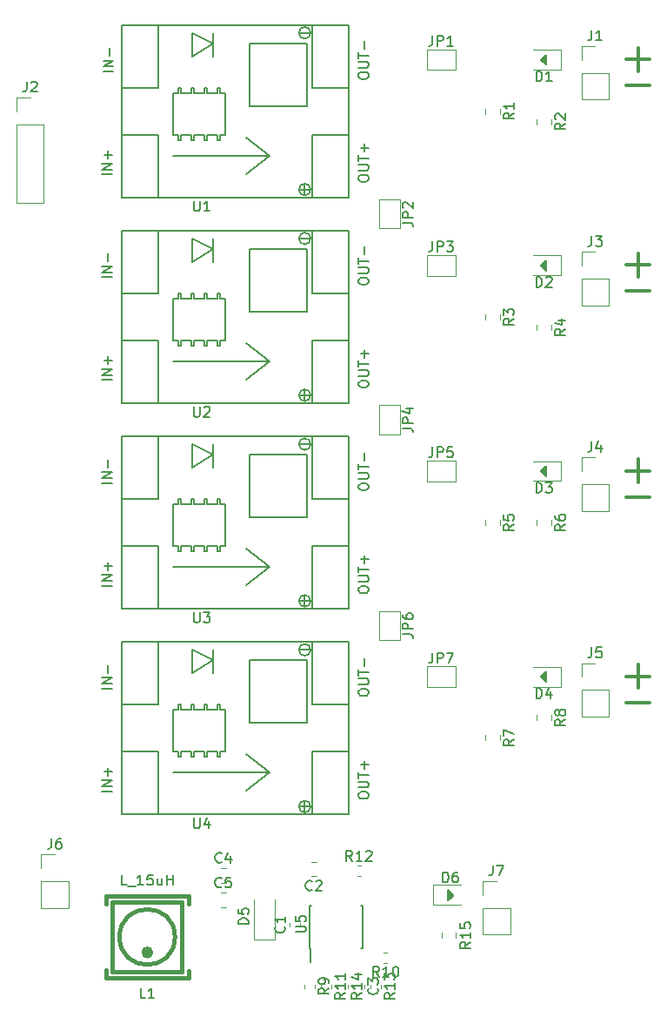
<source format=gto>
G04 #@! TF.GenerationSoftware,KiCad,Pcbnew,5.1.2-f72e74a~84~ubuntu18.04.1*
G04 #@! TF.CreationDate,2019-05-25T15:58:10+08:00*
G04 #@! TF.ProjectId,power-board-tryout,706f7765-722d-4626-9f61-72642d747279,rev?*
G04 #@! TF.SameCoordinates,Original*
G04 #@! TF.FileFunction,Legend,Top*
G04 #@! TF.FilePolarity,Positive*
%FSLAX46Y46*%
G04 Gerber Fmt 4.6, Leading zero omitted, Abs format (unit mm)*
G04 Created by KiCad (PCBNEW 5.1.2-f72e74a~84~ubuntu18.04.1) date 2019-05-25 15:58:10*
%MOMM*%
%LPD*%
G04 APERTURE LIST*
%ADD10C,0.150000*%
%ADD11C,0.381000*%
%ADD12C,0.200000*%
%ADD13C,0.120000*%
%ADD14C,0.300000*%
G04 APERTURE END LIST*
D10*
X78302000Y-124318000D02*
X76016000Y-126096000D01*
X68904000Y-124318000D02*
X78302000Y-124318000D01*
X78302000Y-124318000D02*
X76016000Y-122540000D01*
X73476000Y-118222000D02*
X73984000Y-118222000D01*
X73984000Y-118222000D02*
X73984000Y-122286000D01*
X73984000Y-122286000D02*
X73476000Y-122286000D01*
X73476000Y-122286000D02*
X73476000Y-122794000D01*
X73476000Y-122794000D02*
X73222000Y-122794000D01*
X73222000Y-122794000D02*
X73222000Y-122286000D01*
X73222000Y-122286000D02*
X72206000Y-122286000D01*
X72206000Y-122286000D02*
X72206000Y-122794000D01*
X72206000Y-122794000D02*
X71952000Y-122794000D01*
X71952000Y-122794000D02*
X71952000Y-122286000D01*
X71952000Y-122286000D02*
X70936000Y-122286000D01*
X70936000Y-122286000D02*
X70936000Y-122794000D01*
X70936000Y-122794000D02*
X70682000Y-122794000D01*
X70682000Y-122794000D02*
X70682000Y-122286000D01*
X70682000Y-122286000D02*
X69666000Y-122286000D01*
X69666000Y-122286000D02*
X69666000Y-122794000D01*
X69666000Y-122794000D02*
X69412000Y-122794000D01*
X69412000Y-122794000D02*
X69412000Y-122286000D01*
X69412000Y-122286000D02*
X68904000Y-122286000D01*
X68904000Y-122286000D02*
X68904000Y-122032000D01*
X72206000Y-118222000D02*
X73222000Y-118222000D01*
X70936000Y-118222000D02*
X71952000Y-118222000D01*
X69666000Y-118222000D02*
X70682000Y-118222000D01*
X73222000Y-118222000D02*
X73222000Y-117714000D01*
X73222000Y-117714000D02*
X73476000Y-117714000D01*
X71952000Y-118222000D02*
X71952000Y-117714000D01*
X71952000Y-117714000D02*
X72206000Y-117714000D01*
X70682000Y-118222000D02*
X70682000Y-117714000D01*
X70682000Y-117714000D02*
X70936000Y-117714000D01*
X68904000Y-122032000D02*
X68904000Y-118222000D01*
X68904000Y-118222000D02*
X69158000Y-118222000D01*
X69158000Y-118222000D02*
X69412000Y-118222000D01*
X69412000Y-118222000D02*
X69412000Y-117714000D01*
X69412000Y-117714000D02*
X69666000Y-117714000D01*
X73476000Y-118222000D02*
X73476000Y-117714000D01*
X72206000Y-117714000D02*
X72206000Y-118222000D01*
X70936000Y-118222000D02*
X70936000Y-117714000D01*
X69666000Y-118222000D02*
X69666000Y-117714000D01*
X72841000Y-112380000D02*
X72841000Y-114666000D01*
X70809000Y-112380000D02*
X70809000Y-114666000D01*
X70809000Y-114666000D02*
X72841000Y-113396000D01*
X72841000Y-113396000D02*
X70809000Y-112380000D01*
X81223000Y-113396000D02*
X76397000Y-113396000D01*
X76397000Y-113396000D02*
X76397000Y-119492000D01*
X76397000Y-119492000D02*
X81985000Y-119492000D01*
X81985000Y-119492000D02*
X81985000Y-113396000D01*
X81985000Y-113396000D02*
X81223000Y-113396000D01*
X81223000Y-112380000D02*
X82239000Y-112380000D01*
X82298961Y-112380000D02*
G75*
G03X82298961Y-112380000I-567961J0D01*
G01*
X81731000Y-127112000D02*
X81731000Y-128128000D01*
X81223000Y-127620000D02*
X82239000Y-127620000D01*
X82298961Y-127620000D02*
G75*
G03X82298961Y-127620000I-567961J0D01*
G01*
X82493000Y-128382000D02*
X82493000Y-122286000D01*
X82493000Y-122286000D02*
X86049000Y-122286000D01*
X86049000Y-117714000D02*
X82493000Y-117714000D01*
X82493000Y-117714000D02*
X82493000Y-111618000D01*
X63951000Y-122286000D02*
X67507000Y-122286000D01*
X67507000Y-122286000D02*
X67507000Y-128382000D01*
X67507000Y-111618000D02*
X67507000Y-117714000D01*
X67507000Y-117714000D02*
X63951000Y-117714000D01*
X63951000Y-111618000D02*
X86049000Y-111618000D01*
X86049000Y-111618000D02*
X86049000Y-128382000D01*
X86049000Y-128382000D02*
X63951000Y-128382000D01*
X63951000Y-128382000D02*
X63951000Y-111618000D01*
X78302000Y-104318000D02*
X76016000Y-106096000D01*
X68904000Y-104318000D02*
X78302000Y-104318000D01*
X78302000Y-104318000D02*
X76016000Y-102540000D01*
X73476000Y-98222000D02*
X73984000Y-98222000D01*
X73984000Y-98222000D02*
X73984000Y-102286000D01*
X73984000Y-102286000D02*
X73476000Y-102286000D01*
X73476000Y-102286000D02*
X73476000Y-102794000D01*
X73476000Y-102794000D02*
X73222000Y-102794000D01*
X73222000Y-102794000D02*
X73222000Y-102286000D01*
X73222000Y-102286000D02*
X72206000Y-102286000D01*
X72206000Y-102286000D02*
X72206000Y-102794000D01*
X72206000Y-102794000D02*
X71952000Y-102794000D01*
X71952000Y-102794000D02*
X71952000Y-102286000D01*
X71952000Y-102286000D02*
X70936000Y-102286000D01*
X70936000Y-102286000D02*
X70936000Y-102794000D01*
X70936000Y-102794000D02*
X70682000Y-102794000D01*
X70682000Y-102794000D02*
X70682000Y-102286000D01*
X70682000Y-102286000D02*
X69666000Y-102286000D01*
X69666000Y-102286000D02*
X69666000Y-102794000D01*
X69666000Y-102794000D02*
X69412000Y-102794000D01*
X69412000Y-102794000D02*
X69412000Y-102286000D01*
X69412000Y-102286000D02*
X68904000Y-102286000D01*
X68904000Y-102286000D02*
X68904000Y-102032000D01*
X72206000Y-98222000D02*
X73222000Y-98222000D01*
X70936000Y-98222000D02*
X71952000Y-98222000D01*
X69666000Y-98222000D02*
X70682000Y-98222000D01*
X73222000Y-98222000D02*
X73222000Y-97714000D01*
X73222000Y-97714000D02*
X73476000Y-97714000D01*
X71952000Y-98222000D02*
X71952000Y-97714000D01*
X71952000Y-97714000D02*
X72206000Y-97714000D01*
X70682000Y-98222000D02*
X70682000Y-97714000D01*
X70682000Y-97714000D02*
X70936000Y-97714000D01*
X68904000Y-102032000D02*
X68904000Y-98222000D01*
X68904000Y-98222000D02*
X69158000Y-98222000D01*
X69158000Y-98222000D02*
X69412000Y-98222000D01*
X69412000Y-98222000D02*
X69412000Y-97714000D01*
X69412000Y-97714000D02*
X69666000Y-97714000D01*
X73476000Y-98222000D02*
X73476000Y-97714000D01*
X72206000Y-97714000D02*
X72206000Y-98222000D01*
X70936000Y-98222000D02*
X70936000Y-97714000D01*
X69666000Y-98222000D02*
X69666000Y-97714000D01*
X72841000Y-92380000D02*
X72841000Y-94666000D01*
X70809000Y-92380000D02*
X70809000Y-94666000D01*
X70809000Y-94666000D02*
X72841000Y-93396000D01*
X72841000Y-93396000D02*
X70809000Y-92380000D01*
X81223000Y-93396000D02*
X76397000Y-93396000D01*
X76397000Y-93396000D02*
X76397000Y-99492000D01*
X76397000Y-99492000D02*
X81985000Y-99492000D01*
X81985000Y-99492000D02*
X81985000Y-93396000D01*
X81985000Y-93396000D02*
X81223000Y-93396000D01*
X81223000Y-92380000D02*
X82239000Y-92380000D01*
X82298961Y-92380000D02*
G75*
G03X82298961Y-92380000I-567961J0D01*
G01*
X81731000Y-107112000D02*
X81731000Y-108128000D01*
X81223000Y-107620000D02*
X82239000Y-107620000D01*
X82298961Y-107620000D02*
G75*
G03X82298961Y-107620000I-567961J0D01*
G01*
X82493000Y-108382000D02*
X82493000Y-102286000D01*
X82493000Y-102286000D02*
X86049000Y-102286000D01*
X86049000Y-97714000D02*
X82493000Y-97714000D01*
X82493000Y-97714000D02*
X82493000Y-91618000D01*
X63951000Y-102286000D02*
X67507000Y-102286000D01*
X67507000Y-102286000D02*
X67507000Y-108382000D01*
X67507000Y-91618000D02*
X67507000Y-97714000D01*
X67507000Y-97714000D02*
X63951000Y-97714000D01*
X63951000Y-91618000D02*
X86049000Y-91618000D01*
X86049000Y-91618000D02*
X86049000Y-108382000D01*
X86049000Y-108382000D02*
X63951000Y-108382000D01*
X63951000Y-108382000D02*
X63951000Y-91618000D01*
X78302000Y-84318000D02*
X76016000Y-86096000D01*
X68904000Y-84318000D02*
X78302000Y-84318000D01*
X78302000Y-84318000D02*
X76016000Y-82540000D01*
X73476000Y-78222000D02*
X73984000Y-78222000D01*
X73984000Y-78222000D02*
X73984000Y-82286000D01*
X73984000Y-82286000D02*
X73476000Y-82286000D01*
X73476000Y-82286000D02*
X73476000Y-82794000D01*
X73476000Y-82794000D02*
X73222000Y-82794000D01*
X73222000Y-82794000D02*
X73222000Y-82286000D01*
X73222000Y-82286000D02*
X72206000Y-82286000D01*
X72206000Y-82286000D02*
X72206000Y-82794000D01*
X72206000Y-82794000D02*
X71952000Y-82794000D01*
X71952000Y-82794000D02*
X71952000Y-82286000D01*
X71952000Y-82286000D02*
X70936000Y-82286000D01*
X70936000Y-82286000D02*
X70936000Y-82794000D01*
X70936000Y-82794000D02*
X70682000Y-82794000D01*
X70682000Y-82794000D02*
X70682000Y-82286000D01*
X70682000Y-82286000D02*
X69666000Y-82286000D01*
X69666000Y-82286000D02*
X69666000Y-82794000D01*
X69666000Y-82794000D02*
X69412000Y-82794000D01*
X69412000Y-82794000D02*
X69412000Y-82286000D01*
X69412000Y-82286000D02*
X68904000Y-82286000D01*
X68904000Y-82286000D02*
X68904000Y-82032000D01*
X72206000Y-78222000D02*
X73222000Y-78222000D01*
X70936000Y-78222000D02*
X71952000Y-78222000D01*
X69666000Y-78222000D02*
X70682000Y-78222000D01*
X73222000Y-78222000D02*
X73222000Y-77714000D01*
X73222000Y-77714000D02*
X73476000Y-77714000D01*
X71952000Y-78222000D02*
X71952000Y-77714000D01*
X71952000Y-77714000D02*
X72206000Y-77714000D01*
X70682000Y-78222000D02*
X70682000Y-77714000D01*
X70682000Y-77714000D02*
X70936000Y-77714000D01*
X68904000Y-82032000D02*
X68904000Y-78222000D01*
X68904000Y-78222000D02*
X69158000Y-78222000D01*
X69158000Y-78222000D02*
X69412000Y-78222000D01*
X69412000Y-78222000D02*
X69412000Y-77714000D01*
X69412000Y-77714000D02*
X69666000Y-77714000D01*
X73476000Y-78222000D02*
X73476000Y-77714000D01*
X72206000Y-77714000D02*
X72206000Y-78222000D01*
X70936000Y-78222000D02*
X70936000Y-77714000D01*
X69666000Y-78222000D02*
X69666000Y-77714000D01*
X72841000Y-72380000D02*
X72841000Y-74666000D01*
X70809000Y-72380000D02*
X70809000Y-74666000D01*
X70809000Y-74666000D02*
X72841000Y-73396000D01*
X72841000Y-73396000D02*
X70809000Y-72380000D01*
X81223000Y-73396000D02*
X76397000Y-73396000D01*
X76397000Y-73396000D02*
X76397000Y-79492000D01*
X76397000Y-79492000D02*
X81985000Y-79492000D01*
X81985000Y-79492000D02*
X81985000Y-73396000D01*
X81985000Y-73396000D02*
X81223000Y-73396000D01*
X81223000Y-72380000D02*
X82239000Y-72380000D01*
X82298961Y-72380000D02*
G75*
G03X82298961Y-72380000I-567961J0D01*
G01*
X81731000Y-87112000D02*
X81731000Y-88128000D01*
X81223000Y-87620000D02*
X82239000Y-87620000D01*
X82298961Y-87620000D02*
G75*
G03X82298961Y-87620000I-567961J0D01*
G01*
X82493000Y-88382000D02*
X82493000Y-82286000D01*
X82493000Y-82286000D02*
X86049000Y-82286000D01*
X86049000Y-77714000D02*
X82493000Y-77714000D01*
X82493000Y-77714000D02*
X82493000Y-71618000D01*
X63951000Y-82286000D02*
X67507000Y-82286000D01*
X67507000Y-82286000D02*
X67507000Y-88382000D01*
X67507000Y-71618000D02*
X67507000Y-77714000D01*
X67507000Y-77714000D02*
X63951000Y-77714000D01*
X63951000Y-71618000D02*
X86049000Y-71618000D01*
X86049000Y-71618000D02*
X86049000Y-88382000D01*
X86049000Y-88382000D02*
X63951000Y-88382000D01*
X63951000Y-88382000D02*
X63951000Y-71618000D01*
X78302000Y-64318000D02*
X76016000Y-66096000D01*
X68904000Y-64318000D02*
X78302000Y-64318000D01*
X78302000Y-64318000D02*
X76016000Y-62540000D01*
X73476000Y-58222000D02*
X73984000Y-58222000D01*
X73984000Y-58222000D02*
X73984000Y-62286000D01*
X73984000Y-62286000D02*
X73476000Y-62286000D01*
X73476000Y-62286000D02*
X73476000Y-62794000D01*
X73476000Y-62794000D02*
X73222000Y-62794000D01*
X73222000Y-62794000D02*
X73222000Y-62286000D01*
X73222000Y-62286000D02*
X72206000Y-62286000D01*
X72206000Y-62286000D02*
X72206000Y-62794000D01*
X72206000Y-62794000D02*
X71952000Y-62794000D01*
X71952000Y-62794000D02*
X71952000Y-62286000D01*
X71952000Y-62286000D02*
X70936000Y-62286000D01*
X70936000Y-62286000D02*
X70936000Y-62794000D01*
X70936000Y-62794000D02*
X70682000Y-62794000D01*
X70682000Y-62794000D02*
X70682000Y-62286000D01*
X70682000Y-62286000D02*
X69666000Y-62286000D01*
X69666000Y-62286000D02*
X69666000Y-62794000D01*
X69666000Y-62794000D02*
X69412000Y-62794000D01*
X69412000Y-62794000D02*
X69412000Y-62286000D01*
X69412000Y-62286000D02*
X68904000Y-62286000D01*
X68904000Y-62286000D02*
X68904000Y-62032000D01*
X72206000Y-58222000D02*
X73222000Y-58222000D01*
X70936000Y-58222000D02*
X71952000Y-58222000D01*
X69666000Y-58222000D02*
X70682000Y-58222000D01*
X73222000Y-58222000D02*
X73222000Y-57714000D01*
X73222000Y-57714000D02*
X73476000Y-57714000D01*
X71952000Y-58222000D02*
X71952000Y-57714000D01*
X71952000Y-57714000D02*
X72206000Y-57714000D01*
X70682000Y-58222000D02*
X70682000Y-57714000D01*
X70682000Y-57714000D02*
X70936000Y-57714000D01*
X68904000Y-62032000D02*
X68904000Y-58222000D01*
X68904000Y-58222000D02*
X69158000Y-58222000D01*
X69158000Y-58222000D02*
X69412000Y-58222000D01*
X69412000Y-58222000D02*
X69412000Y-57714000D01*
X69412000Y-57714000D02*
X69666000Y-57714000D01*
X73476000Y-58222000D02*
X73476000Y-57714000D01*
X72206000Y-57714000D02*
X72206000Y-58222000D01*
X70936000Y-58222000D02*
X70936000Y-57714000D01*
X69666000Y-58222000D02*
X69666000Y-57714000D01*
X72841000Y-52380000D02*
X72841000Y-54666000D01*
X70809000Y-52380000D02*
X70809000Y-54666000D01*
X70809000Y-54666000D02*
X72841000Y-53396000D01*
X72841000Y-53396000D02*
X70809000Y-52380000D01*
X81223000Y-53396000D02*
X76397000Y-53396000D01*
X76397000Y-53396000D02*
X76397000Y-59492000D01*
X76397000Y-59492000D02*
X81985000Y-59492000D01*
X81985000Y-59492000D02*
X81985000Y-53396000D01*
X81985000Y-53396000D02*
X81223000Y-53396000D01*
X81223000Y-52380000D02*
X82239000Y-52380000D01*
X82298961Y-52380000D02*
G75*
G03X82298961Y-52380000I-567961J0D01*
G01*
X81731000Y-67112000D02*
X81731000Y-68128000D01*
X81223000Y-67620000D02*
X82239000Y-67620000D01*
X82298961Y-67620000D02*
G75*
G03X82298961Y-67620000I-567961J0D01*
G01*
X82493000Y-68382000D02*
X82493000Y-62286000D01*
X82493000Y-62286000D02*
X86049000Y-62286000D01*
X86049000Y-57714000D02*
X82493000Y-57714000D01*
X82493000Y-57714000D02*
X82493000Y-51618000D01*
X63951000Y-62286000D02*
X67507000Y-62286000D01*
X67507000Y-62286000D02*
X67507000Y-68382000D01*
X67507000Y-51618000D02*
X67507000Y-57714000D01*
X67507000Y-57714000D02*
X63951000Y-57714000D01*
X63951000Y-51618000D02*
X86049000Y-51618000D01*
X86049000Y-51618000D02*
X86049000Y-68382000D01*
X86049000Y-68382000D02*
X63951000Y-68382000D01*
X63951000Y-68382000D02*
X63951000Y-51618000D01*
D11*
X95800000Y-136400000D02*
X96000000Y-136200000D01*
D12*
X95800000Y-135900000D02*
X95800000Y-136400000D01*
X96200000Y-136200000D02*
X95700000Y-135700000D01*
X95700000Y-136700000D02*
X96200000Y-136200000D01*
X95700000Y-135700000D02*
X95700000Y-136700000D01*
D13*
X96900000Y-135240000D02*
X94215000Y-135240000D01*
X94215000Y-135240000D02*
X94215000Y-137160000D01*
X94215000Y-137160000D02*
X96900000Y-137160000D01*
D11*
X105100000Y-114800000D02*
X104900000Y-115000000D01*
D12*
X105100000Y-115300000D02*
X105100000Y-114800000D01*
X104700000Y-115000000D02*
X105200000Y-115500000D01*
X105200000Y-114500000D02*
X104700000Y-115000000D01*
X105200000Y-115500000D02*
X105200000Y-114500000D01*
D13*
X104000000Y-115960000D02*
X106685000Y-115960000D01*
X106685000Y-115960000D02*
X106685000Y-114040000D01*
X106685000Y-114040000D02*
X104000000Y-114040000D01*
D11*
X105100000Y-94800000D02*
X104900000Y-95000000D01*
D12*
X105100000Y-95300000D02*
X105100000Y-94800000D01*
X104700000Y-95000000D02*
X105200000Y-95500000D01*
X105200000Y-94500000D02*
X104700000Y-95000000D01*
X105200000Y-95500000D02*
X105200000Y-94500000D01*
D13*
X104000000Y-95960000D02*
X106685000Y-95960000D01*
X106685000Y-95960000D02*
X106685000Y-94040000D01*
X106685000Y-94040000D02*
X104000000Y-94040000D01*
D11*
X105100000Y-74800000D02*
X104900000Y-75000000D01*
D12*
X105100000Y-75300000D02*
X105100000Y-74800000D01*
X104700000Y-75000000D02*
X105200000Y-75500000D01*
X105200000Y-74500000D02*
X104700000Y-75000000D01*
X105200000Y-75500000D02*
X105200000Y-74500000D01*
D13*
X104000000Y-75960000D02*
X106685000Y-75960000D01*
X106685000Y-75960000D02*
X106685000Y-74040000D01*
X106685000Y-74040000D02*
X104000000Y-74040000D01*
D11*
X105100000Y-54800000D02*
X104900000Y-55000000D01*
D12*
X105100000Y-55300000D02*
X105100000Y-54800000D01*
X104700000Y-55000000D02*
X105200000Y-55500000D01*
X105200000Y-54500000D02*
X104700000Y-55000000D01*
X105200000Y-55500000D02*
X105200000Y-54500000D01*
D13*
X104000000Y-55960000D02*
X106685000Y-55960000D01*
X106685000Y-55960000D02*
X106685000Y-54040000D01*
X106685000Y-54040000D02*
X104000000Y-54040000D01*
X95040000Y-139888748D02*
X95040000Y-140411252D01*
X96460000Y-139888748D02*
X96460000Y-140411252D01*
X99070000Y-134870000D02*
X100400000Y-134870000D01*
X99070000Y-136200000D02*
X99070000Y-134870000D01*
X99070000Y-137470000D02*
X101730000Y-137470000D01*
X101730000Y-137470000D02*
X101730000Y-140070000D01*
X99070000Y-137470000D02*
X99070000Y-140070000D01*
X99070000Y-140070000D02*
X101730000Y-140070000D01*
X56070000Y-132270000D02*
X57400000Y-132270000D01*
X56070000Y-133600000D02*
X56070000Y-132270000D01*
X56070000Y-134870000D02*
X58730000Y-134870000D01*
X58730000Y-134870000D02*
X58730000Y-137470000D01*
X56070000Y-134870000D02*
X56070000Y-137470000D01*
X56070000Y-137470000D02*
X58730000Y-137470000D01*
D10*
X82274999Y-141375000D02*
X82274999Y-142775000D01*
X87374999Y-141375000D02*
X87374999Y-137225000D01*
X82224999Y-141375000D02*
X82224999Y-137225000D01*
X87374999Y-141375000D02*
X87229999Y-141375000D01*
X87374999Y-137225000D02*
X87229999Y-137225000D01*
X82224999Y-137225000D02*
X82369999Y-137225000D01*
X82224999Y-141375000D02*
X82274999Y-141375000D01*
D13*
X84890000Y-144928733D02*
X84890000Y-145271267D01*
X85910000Y-144928733D02*
X85910000Y-145271267D01*
X88090000Y-144928733D02*
X88090000Y-145271267D01*
X89110000Y-144928733D02*
X89110000Y-145271267D01*
X86828733Y-134410000D02*
X87171267Y-134410000D01*
X86828733Y-133390000D02*
X87171267Y-133390000D01*
X83290000Y-144928733D02*
X83290000Y-145271267D01*
X84310000Y-144928733D02*
X84310000Y-145271267D01*
X89771267Y-141789999D02*
X89428733Y-141789999D01*
X89771267Y-142809999D02*
X89428733Y-142809999D01*
X81690000Y-144928733D02*
X81690000Y-145271267D01*
X82710000Y-144928733D02*
X82710000Y-145271267D01*
D10*
X66900000Y-141800000D02*
G75*
G03X66900000Y-141800000I-500000J0D01*
G01*
X66800000Y-141800000D02*
G75*
G03X66800000Y-141800000I-400000J0D01*
G01*
D11*
X70400000Y-137100000D02*
X70400000Y-136300000D01*
X70400000Y-136300000D02*
X62400000Y-136300000D01*
X62400000Y-136300000D02*
X62400000Y-137100000D01*
X70400000Y-143600000D02*
X70400000Y-144300000D01*
X70400000Y-144300000D02*
X62400000Y-144300000D01*
X62400000Y-144300000D02*
X62400000Y-143500000D01*
X69100000Y-140300000D02*
G75*
G03X69100000Y-140300000I-2700000J0D01*
G01*
X69800000Y-143700000D02*
X63000000Y-143700000D01*
X63000000Y-143700000D02*
X63000000Y-136900000D01*
X63000000Y-136900000D02*
X69800000Y-136900000D01*
X69800000Y-136900000D02*
X69800000Y-143700000D01*
X66600000Y-141800000D02*
G75*
G03X66600000Y-141800000I-200000J0D01*
G01*
D13*
X76800000Y-140550000D02*
X76800000Y-136650000D01*
X78800000Y-140550000D02*
X78800000Y-136650000D01*
X76800000Y-140550000D02*
X78800000Y-140550000D01*
X73538748Y-137410000D02*
X74061252Y-137410000D01*
X73538748Y-135990000D02*
X74061252Y-135990000D01*
X73538748Y-135010000D02*
X74061252Y-135010000D01*
X73538748Y-133590000D02*
X74061252Y-133590000D01*
X86490000Y-144928733D02*
X86490000Y-145271267D01*
X87510000Y-144928733D02*
X87510000Y-145271267D01*
X82861251Y-132990000D02*
X82338747Y-132990000D01*
X82861251Y-134410000D02*
X82338747Y-134410000D01*
X81310000Y-139271267D02*
X81310000Y-138928733D01*
X80290000Y-139271267D02*
X80290000Y-138928733D01*
X108670000Y-113670000D02*
X110000000Y-113670000D01*
X108670000Y-115000000D02*
X108670000Y-113670000D01*
X108670000Y-116270000D02*
X111330000Y-116270000D01*
X111330000Y-116270000D02*
X111330000Y-118870000D01*
X108670000Y-116270000D02*
X108670000Y-118870000D01*
X108670000Y-118870000D02*
X111330000Y-118870000D01*
X108670000Y-93670000D02*
X110000000Y-93670000D01*
X108670000Y-95000000D02*
X108670000Y-93670000D01*
X108670000Y-96270000D02*
X111330000Y-96270000D01*
X111330000Y-96270000D02*
X111330000Y-98870000D01*
X108670000Y-96270000D02*
X108670000Y-98870000D01*
X108670000Y-98870000D02*
X111330000Y-98870000D01*
X108670000Y-73670000D02*
X110000000Y-73670000D01*
X108670000Y-75000000D02*
X108670000Y-73670000D01*
X108670000Y-76270000D02*
X111330000Y-76270000D01*
X111330000Y-76270000D02*
X111330000Y-78870000D01*
X108670000Y-76270000D02*
X108670000Y-78870000D01*
X108670000Y-78870000D02*
X111330000Y-78870000D01*
X108670000Y-53670000D02*
X110000000Y-53670000D01*
X108670000Y-55000000D02*
X108670000Y-53670000D01*
X108670000Y-56270000D02*
X111330000Y-56270000D01*
X111330000Y-56270000D02*
X111330000Y-58870000D01*
X108670000Y-56270000D02*
X108670000Y-58870000D01*
X108670000Y-58870000D02*
X111330000Y-58870000D01*
X104290000Y-118713748D02*
X104290000Y-119236252D01*
X105710000Y-118713748D02*
X105710000Y-119236252D01*
X99290000Y-120679422D02*
X99290000Y-121196578D01*
X100710000Y-120679422D02*
X100710000Y-121196578D01*
X104290000Y-99738748D02*
X104290000Y-100261252D01*
X105710000Y-99738748D02*
X105710000Y-100261252D01*
X99290000Y-99741422D02*
X99290000Y-100258578D01*
X100710000Y-99741422D02*
X100710000Y-100258578D01*
X104290000Y-80763748D02*
X104290000Y-81286252D01*
X105710000Y-80763748D02*
X105710000Y-81286252D01*
X99290000Y-79741422D02*
X99290000Y-80258578D01*
X100710000Y-79741422D02*
X100710000Y-80258578D01*
X104290000Y-60763748D02*
X104290000Y-61286252D01*
X105710000Y-60763748D02*
X105710000Y-61286252D01*
X99290000Y-59741422D02*
X99290000Y-60258578D01*
X100710000Y-59741422D02*
X100710000Y-60258578D01*
X93600000Y-114000000D02*
X96400000Y-114000000D01*
X96400000Y-114000000D02*
X96400000Y-116000000D01*
X96400000Y-116000000D02*
X93600000Y-116000000D01*
X93600000Y-116000000D02*
X93600000Y-114000000D01*
X91000000Y-108600000D02*
X91000000Y-111400000D01*
X91000000Y-111400000D02*
X89000000Y-111400000D01*
X89000000Y-111400000D02*
X89000000Y-108600000D01*
X89000000Y-108600000D02*
X91000000Y-108600000D01*
X93600000Y-94000000D02*
X96400000Y-94000000D01*
X96400000Y-94000000D02*
X96400000Y-96000000D01*
X96400000Y-96000000D02*
X93600000Y-96000000D01*
X93600000Y-96000000D02*
X93600000Y-94000000D01*
X91000000Y-88600000D02*
X91000000Y-91400000D01*
X91000000Y-91400000D02*
X89000000Y-91400000D01*
X89000000Y-91400000D02*
X89000000Y-88600000D01*
X89000000Y-88600000D02*
X91000000Y-88600000D01*
X93600000Y-74000000D02*
X96400000Y-74000000D01*
X96400000Y-74000000D02*
X96400000Y-76000000D01*
X96400000Y-76000000D02*
X93600000Y-76000000D01*
X93600000Y-76000000D02*
X93600000Y-74000000D01*
X91000000Y-68600000D02*
X91000000Y-71400000D01*
X91000000Y-71400000D02*
X89000000Y-71400000D01*
X89000000Y-71400000D02*
X89000000Y-68600000D01*
X89000000Y-68600000D02*
X91000000Y-68600000D01*
X93600000Y-54000000D02*
X96400000Y-54000000D01*
X96400000Y-54000000D02*
X96400000Y-56000000D01*
X96400000Y-56000000D02*
X93600000Y-56000000D01*
X93600000Y-56000000D02*
X93600000Y-54000000D01*
X53670000Y-58670000D02*
X55000000Y-58670000D01*
X53670000Y-60000000D02*
X53670000Y-58670000D01*
X53670000Y-61270000D02*
X56330000Y-61270000D01*
X56330000Y-61270000D02*
X56330000Y-68950000D01*
X53670000Y-61270000D02*
X53670000Y-68950000D01*
X53670000Y-68950000D02*
X56330000Y-68950000D01*
D10*
X70936095Y-128723380D02*
X70936095Y-129532904D01*
X70983714Y-129628142D01*
X71031333Y-129675761D01*
X71126571Y-129723380D01*
X71317047Y-129723380D01*
X71412285Y-129675761D01*
X71459904Y-129628142D01*
X71507523Y-129532904D01*
X71507523Y-128723380D01*
X72412285Y-129056714D02*
X72412285Y-129723380D01*
X72174190Y-128675761D02*
X71936095Y-129390047D01*
X72555142Y-129390047D01*
X86952380Y-116619047D02*
X86952380Y-116428571D01*
X87000000Y-116333333D01*
X87095238Y-116238095D01*
X87285714Y-116190476D01*
X87619047Y-116190476D01*
X87809523Y-116238095D01*
X87904761Y-116333333D01*
X87952380Y-116428571D01*
X87952380Y-116619047D01*
X87904761Y-116714285D01*
X87809523Y-116809523D01*
X87619047Y-116857142D01*
X87285714Y-116857142D01*
X87095238Y-116809523D01*
X87000000Y-116714285D01*
X86952380Y-116619047D01*
X86952380Y-115761904D02*
X87761904Y-115761904D01*
X87857142Y-115714285D01*
X87904761Y-115666666D01*
X87952380Y-115571428D01*
X87952380Y-115380952D01*
X87904761Y-115285714D01*
X87857142Y-115238095D01*
X87761904Y-115190476D01*
X86952380Y-115190476D01*
X86952380Y-114857142D02*
X86952380Y-114285714D01*
X87952380Y-114571428D02*
X86952380Y-114571428D01*
X87571428Y-113952380D02*
X87571428Y-113190476D01*
X86952380Y-126619047D02*
X86952380Y-126428571D01*
X87000000Y-126333333D01*
X87095238Y-126238095D01*
X87285714Y-126190476D01*
X87619047Y-126190476D01*
X87809523Y-126238095D01*
X87904761Y-126333333D01*
X87952380Y-126428571D01*
X87952380Y-126619047D01*
X87904761Y-126714285D01*
X87809523Y-126809523D01*
X87619047Y-126857142D01*
X87285714Y-126857142D01*
X87095238Y-126809523D01*
X87000000Y-126714285D01*
X86952380Y-126619047D01*
X86952380Y-125761904D02*
X87761904Y-125761904D01*
X87857142Y-125714285D01*
X87904761Y-125666666D01*
X87952380Y-125571428D01*
X87952380Y-125380952D01*
X87904761Y-125285714D01*
X87857142Y-125238095D01*
X87761904Y-125190476D01*
X86952380Y-125190476D01*
X86952380Y-124857142D02*
X86952380Y-124285714D01*
X87952380Y-124571428D02*
X86952380Y-124571428D01*
X87571428Y-123952380D02*
X87571428Y-123190476D01*
X87952380Y-123571428D02*
X87190476Y-123571428D01*
X62952380Y-126142857D02*
X61952380Y-126142857D01*
X62952380Y-125666666D02*
X61952380Y-125666666D01*
X62952380Y-125095238D01*
X61952380Y-125095238D01*
X62571428Y-124619047D02*
X62571428Y-123857142D01*
X62952380Y-124238095D02*
X62190476Y-124238095D01*
X62952380Y-116142857D02*
X61952380Y-116142857D01*
X62952380Y-115666666D02*
X61952380Y-115666666D01*
X62952380Y-115095238D01*
X61952380Y-115095238D01*
X62571428Y-114619047D02*
X62571428Y-113857142D01*
X70936095Y-108723380D02*
X70936095Y-109532904D01*
X70983714Y-109628142D01*
X71031333Y-109675761D01*
X71126571Y-109723380D01*
X71317047Y-109723380D01*
X71412285Y-109675761D01*
X71459904Y-109628142D01*
X71507523Y-109532904D01*
X71507523Y-108723380D01*
X71888476Y-108723380D02*
X72507523Y-108723380D01*
X72174190Y-109104333D01*
X72317047Y-109104333D01*
X72412285Y-109151952D01*
X72459904Y-109199571D01*
X72507523Y-109294809D01*
X72507523Y-109532904D01*
X72459904Y-109628142D01*
X72412285Y-109675761D01*
X72317047Y-109723380D01*
X72031333Y-109723380D01*
X71936095Y-109675761D01*
X71888476Y-109628142D01*
X86952380Y-96619047D02*
X86952380Y-96428571D01*
X87000000Y-96333333D01*
X87095238Y-96238095D01*
X87285714Y-96190476D01*
X87619047Y-96190476D01*
X87809523Y-96238095D01*
X87904761Y-96333333D01*
X87952380Y-96428571D01*
X87952380Y-96619047D01*
X87904761Y-96714285D01*
X87809523Y-96809523D01*
X87619047Y-96857142D01*
X87285714Y-96857142D01*
X87095238Y-96809523D01*
X87000000Y-96714285D01*
X86952380Y-96619047D01*
X86952380Y-95761904D02*
X87761904Y-95761904D01*
X87857142Y-95714285D01*
X87904761Y-95666666D01*
X87952380Y-95571428D01*
X87952380Y-95380952D01*
X87904761Y-95285714D01*
X87857142Y-95238095D01*
X87761904Y-95190476D01*
X86952380Y-95190476D01*
X86952380Y-94857142D02*
X86952380Y-94285714D01*
X87952380Y-94571428D02*
X86952380Y-94571428D01*
X87571428Y-93952380D02*
X87571428Y-93190476D01*
X86952380Y-106619047D02*
X86952380Y-106428571D01*
X87000000Y-106333333D01*
X87095238Y-106238095D01*
X87285714Y-106190476D01*
X87619047Y-106190476D01*
X87809523Y-106238095D01*
X87904761Y-106333333D01*
X87952380Y-106428571D01*
X87952380Y-106619047D01*
X87904761Y-106714285D01*
X87809523Y-106809523D01*
X87619047Y-106857142D01*
X87285714Y-106857142D01*
X87095238Y-106809523D01*
X87000000Y-106714285D01*
X86952380Y-106619047D01*
X86952380Y-105761904D02*
X87761904Y-105761904D01*
X87857142Y-105714285D01*
X87904761Y-105666666D01*
X87952380Y-105571428D01*
X87952380Y-105380952D01*
X87904761Y-105285714D01*
X87857142Y-105238095D01*
X87761904Y-105190476D01*
X86952380Y-105190476D01*
X86952380Y-104857142D02*
X86952380Y-104285714D01*
X87952380Y-104571428D02*
X86952380Y-104571428D01*
X87571428Y-103952380D02*
X87571428Y-103190476D01*
X87952380Y-103571428D02*
X87190476Y-103571428D01*
X62952380Y-106142857D02*
X61952380Y-106142857D01*
X62952380Y-105666666D02*
X61952380Y-105666666D01*
X62952380Y-105095238D01*
X61952380Y-105095238D01*
X62571428Y-104619047D02*
X62571428Y-103857142D01*
X62952380Y-104238095D02*
X62190476Y-104238095D01*
X62952380Y-96142857D02*
X61952380Y-96142857D01*
X62952380Y-95666666D02*
X61952380Y-95666666D01*
X62952380Y-95095238D01*
X61952380Y-95095238D01*
X62571428Y-94619047D02*
X62571428Y-93857142D01*
X70936095Y-88723380D02*
X70936095Y-89532904D01*
X70983714Y-89628142D01*
X71031333Y-89675761D01*
X71126571Y-89723380D01*
X71317047Y-89723380D01*
X71412285Y-89675761D01*
X71459904Y-89628142D01*
X71507523Y-89532904D01*
X71507523Y-88723380D01*
X71936095Y-88818619D02*
X71983714Y-88771000D01*
X72078952Y-88723380D01*
X72317047Y-88723380D01*
X72412285Y-88771000D01*
X72459904Y-88818619D01*
X72507523Y-88913857D01*
X72507523Y-89009095D01*
X72459904Y-89151952D01*
X71888476Y-89723380D01*
X72507523Y-89723380D01*
X86952380Y-76619047D02*
X86952380Y-76428571D01*
X87000000Y-76333333D01*
X87095238Y-76238095D01*
X87285714Y-76190476D01*
X87619047Y-76190476D01*
X87809523Y-76238095D01*
X87904761Y-76333333D01*
X87952380Y-76428571D01*
X87952380Y-76619047D01*
X87904761Y-76714285D01*
X87809523Y-76809523D01*
X87619047Y-76857142D01*
X87285714Y-76857142D01*
X87095238Y-76809523D01*
X87000000Y-76714285D01*
X86952380Y-76619047D01*
X86952380Y-75761904D02*
X87761904Y-75761904D01*
X87857142Y-75714285D01*
X87904761Y-75666666D01*
X87952380Y-75571428D01*
X87952380Y-75380952D01*
X87904761Y-75285714D01*
X87857142Y-75238095D01*
X87761904Y-75190476D01*
X86952380Y-75190476D01*
X86952380Y-74857142D02*
X86952380Y-74285714D01*
X87952380Y-74571428D02*
X86952380Y-74571428D01*
X87571428Y-73952380D02*
X87571428Y-73190476D01*
X86952380Y-86619047D02*
X86952380Y-86428571D01*
X87000000Y-86333333D01*
X87095238Y-86238095D01*
X87285714Y-86190476D01*
X87619047Y-86190476D01*
X87809523Y-86238095D01*
X87904761Y-86333333D01*
X87952380Y-86428571D01*
X87952380Y-86619047D01*
X87904761Y-86714285D01*
X87809523Y-86809523D01*
X87619047Y-86857142D01*
X87285714Y-86857142D01*
X87095238Y-86809523D01*
X87000000Y-86714285D01*
X86952380Y-86619047D01*
X86952380Y-85761904D02*
X87761904Y-85761904D01*
X87857142Y-85714285D01*
X87904761Y-85666666D01*
X87952380Y-85571428D01*
X87952380Y-85380952D01*
X87904761Y-85285714D01*
X87857142Y-85238095D01*
X87761904Y-85190476D01*
X86952380Y-85190476D01*
X86952380Y-84857142D02*
X86952380Y-84285714D01*
X87952380Y-84571428D02*
X86952380Y-84571428D01*
X87571428Y-83952380D02*
X87571428Y-83190476D01*
X87952380Y-83571428D02*
X87190476Y-83571428D01*
X62952380Y-86142857D02*
X61952380Y-86142857D01*
X62952380Y-85666666D02*
X61952380Y-85666666D01*
X62952380Y-85095238D01*
X61952380Y-85095238D01*
X62571428Y-84619047D02*
X62571428Y-83857142D01*
X62952380Y-84238095D02*
X62190476Y-84238095D01*
X62952380Y-76142857D02*
X61952380Y-76142857D01*
X62952380Y-75666666D02*
X61952380Y-75666666D01*
X62952380Y-75095238D01*
X61952380Y-75095238D01*
X62571428Y-74619047D02*
X62571428Y-73857142D01*
X70936095Y-68723380D02*
X70936095Y-69532904D01*
X70983714Y-69628142D01*
X71031333Y-69675761D01*
X71126571Y-69723380D01*
X71317047Y-69723380D01*
X71412285Y-69675761D01*
X71459904Y-69628142D01*
X71507523Y-69532904D01*
X71507523Y-68723380D01*
X72507523Y-69723380D02*
X71936095Y-69723380D01*
X72221809Y-69723380D02*
X72221809Y-68723380D01*
X72126571Y-68866238D01*
X72031333Y-68961476D01*
X71936095Y-69009095D01*
X86952380Y-56619047D02*
X86952380Y-56428571D01*
X87000000Y-56333333D01*
X87095238Y-56238095D01*
X87285714Y-56190476D01*
X87619047Y-56190476D01*
X87809523Y-56238095D01*
X87904761Y-56333333D01*
X87952380Y-56428571D01*
X87952380Y-56619047D01*
X87904761Y-56714285D01*
X87809523Y-56809523D01*
X87619047Y-56857142D01*
X87285714Y-56857142D01*
X87095238Y-56809523D01*
X87000000Y-56714285D01*
X86952380Y-56619047D01*
X86952380Y-55761904D02*
X87761904Y-55761904D01*
X87857142Y-55714285D01*
X87904761Y-55666666D01*
X87952380Y-55571428D01*
X87952380Y-55380952D01*
X87904761Y-55285714D01*
X87857142Y-55238095D01*
X87761904Y-55190476D01*
X86952380Y-55190476D01*
X86952380Y-54857142D02*
X86952380Y-54285714D01*
X87952380Y-54571428D02*
X86952380Y-54571428D01*
X87571428Y-53952380D02*
X87571428Y-53190476D01*
X86952380Y-66619047D02*
X86952380Y-66428571D01*
X87000000Y-66333333D01*
X87095238Y-66238095D01*
X87285714Y-66190476D01*
X87619047Y-66190476D01*
X87809523Y-66238095D01*
X87904761Y-66333333D01*
X87952380Y-66428571D01*
X87952380Y-66619047D01*
X87904761Y-66714285D01*
X87809523Y-66809523D01*
X87619047Y-66857142D01*
X87285714Y-66857142D01*
X87095238Y-66809523D01*
X87000000Y-66714285D01*
X86952380Y-66619047D01*
X86952380Y-65761904D02*
X87761904Y-65761904D01*
X87857142Y-65714285D01*
X87904761Y-65666666D01*
X87952380Y-65571428D01*
X87952380Y-65380952D01*
X87904761Y-65285714D01*
X87857142Y-65238095D01*
X87761904Y-65190476D01*
X86952380Y-65190476D01*
X86952380Y-64857142D02*
X86952380Y-64285714D01*
X87952380Y-64571428D02*
X86952380Y-64571428D01*
X87571428Y-63952380D02*
X87571428Y-63190476D01*
X87952380Y-63571428D02*
X87190476Y-63571428D01*
X62952380Y-66142857D02*
X61952380Y-66142857D01*
X62952380Y-65666666D02*
X61952380Y-65666666D01*
X62952380Y-65095238D01*
X61952380Y-65095238D01*
X62571428Y-64619047D02*
X62571428Y-63857142D01*
X62952380Y-64238095D02*
X62190476Y-64238095D01*
X63102380Y-56142857D02*
X62102380Y-56142857D01*
X63102380Y-55666666D02*
X62102380Y-55666666D01*
X63102380Y-55095238D01*
X62102380Y-55095238D01*
X62721428Y-54619047D02*
X62721428Y-53857142D01*
X95161904Y-135002380D02*
X95161904Y-134002380D01*
X95400000Y-134002380D01*
X95542857Y-134050000D01*
X95638095Y-134145238D01*
X95685714Y-134240476D01*
X95733333Y-134430952D01*
X95733333Y-134573809D01*
X95685714Y-134764285D01*
X95638095Y-134859523D01*
X95542857Y-134954761D01*
X95400000Y-135002380D01*
X95161904Y-135002380D01*
X96590476Y-134002380D02*
X96400000Y-134002380D01*
X96304761Y-134050000D01*
X96257142Y-134097619D01*
X96161904Y-134240476D01*
X96114285Y-134430952D01*
X96114285Y-134811904D01*
X96161904Y-134907142D01*
X96209523Y-134954761D01*
X96304761Y-135002380D01*
X96495238Y-135002380D01*
X96590476Y-134954761D01*
X96638095Y-134907142D01*
X96685714Y-134811904D01*
X96685714Y-134573809D01*
X96638095Y-134478571D01*
X96590476Y-134430952D01*
X96495238Y-134383333D01*
X96304761Y-134383333D01*
X96209523Y-134430952D01*
X96161904Y-134478571D01*
X96114285Y-134573809D01*
X104261904Y-117102380D02*
X104261904Y-116102380D01*
X104500000Y-116102380D01*
X104642857Y-116150000D01*
X104738095Y-116245238D01*
X104785714Y-116340476D01*
X104833333Y-116530952D01*
X104833333Y-116673809D01*
X104785714Y-116864285D01*
X104738095Y-116959523D01*
X104642857Y-117054761D01*
X104500000Y-117102380D01*
X104261904Y-117102380D01*
X105690476Y-116435714D02*
X105690476Y-117102380D01*
X105452380Y-116054761D02*
X105214285Y-116769047D01*
X105833333Y-116769047D01*
X104261904Y-97102380D02*
X104261904Y-96102380D01*
X104500000Y-96102380D01*
X104642857Y-96150000D01*
X104738095Y-96245238D01*
X104785714Y-96340476D01*
X104833333Y-96530952D01*
X104833333Y-96673809D01*
X104785714Y-96864285D01*
X104738095Y-96959523D01*
X104642857Y-97054761D01*
X104500000Y-97102380D01*
X104261904Y-97102380D01*
X105166666Y-96102380D02*
X105785714Y-96102380D01*
X105452380Y-96483333D01*
X105595238Y-96483333D01*
X105690476Y-96530952D01*
X105738095Y-96578571D01*
X105785714Y-96673809D01*
X105785714Y-96911904D01*
X105738095Y-97007142D01*
X105690476Y-97054761D01*
X105595238Y-97102380D01*
X105309523Y-97102380D01*
X105214285Y-97054761D01*
X105166666Y-97007142D01*
X104261904Y-77102380D02*
X104261904Y-76102380D01*
X104500000Y-76102380D01*
X104642857Y-76150000D01*
X104738095Y-76245238D01*
X104785714Y-76340476D01*
X104833333Y-76530952D01*
X104833333Y-76673809D01*
X104785714Y-76864285D01*
X104738095Y-76959523D01*
X104642857Y-77054761D01*
X104500000Y-77102380D01*
X104261904Y-77102380D01*
X105214285Y-76197619D02*
X105261904Y-76150000D01*
X105357142Y-76102380D01*
X105595238Y-76102380D01*
X105690476Y-76150000D01*
X105738095Y-76197619D01*
X105785714Y-76292857D01*
X105785714Y-76388095D01*
X105738095Y-76530952D01*
X105166666Y-77102380D01*
X105785714Y-77102380D01*
X104261904Y-57102380D02*
X104261904Y-56102380D01*
X104500000Y-56102380D01*
X104642857Y-56150000D01*
X104738095Y-56245238D01*
X104785714Y-56340476D01*
X104833333Y-56530952D01*
X104833333Y-56673809D01*
X104785714Y-56864285D01*
X104738095Y-56959523D01*
X104642857Y-57054761D01*
X104500000Y-57102380D01*
X104261904Y-57102380D01*
X105785714Y-57102380D02*
X105214285Y-57102380D01*
X105500000Y-57102380D02*
X105500000Y-56102380D01*
X105404761Y-56245238D01*
X105309523Y-56340476D01*
X105214285Y-56388095D01*
X97852380Y-140792857D02*
X97376190Y-141126190D01*
X97852380Y-141364285D02*
X96852380Y-141364285D01*
X96852380Y-140983333D01*
X96900000Y-140888095D01*
X96947619Y-140840476D01*
X97042857Y-140792857D01*
X97185714Y-140792857D01*
X97280952Y-140840476D01*
X97328571Y-140888095D01*
X97376190Y-140983333D01*
X97376190Y-141364285D01*
X97852380Y-139840476D02*
X97852380Y-140411904D01*
X97852380Y-140126190D02*
X96852380Y-140126190D01*
X96995238Y-140221428D01*
X97090476Y-140316666D01*
X97138095Y-140411904D01*
X96852380Y-138935714D02*
X96852380Y-139411904D01*
X97328571Y-139459523D01*
X97280952Y-139411904D01*
X97233333Y-139316666D01*
X97233333Y-139078571D01*
X97280952Y-138983333D01*
X97328571Y-138935714D01*
X97423809Y-138888095D01*
X97661904Y-138888095D01*
X97757142Y-138935714D01*
X97804761Y-138983333D01*
X97852380Y-139078571D01*
X97852380Y-139316666D01*
X97804761Y-139411904D01*
X97757142Y-139459523D01*
X100066666Y-133322380D02*
X100066666Y-134036666D01*
X100019047Y-134179523D01*
X99923809Y-134274761D01*
X99780952Y-134322380D01*
X99685714Y-134322380D01*
X100447619Y-133322380D02*
X101114285Y-133322380D01*
X100685714Y-134322380D01*
X57066666Y-130722380D02*
X57066666Y-131436666D01*
X57019047Y-131579523D01*
X56923809Y-131674761D01*
X56780952Y-131722380D01*
X56685714Y-131722380D01*
X57971428Y-130722380D02*
X57780952Y-130722380D01*
X57685714Y-130770000D01*
X57638095Y-130817619D01*
X57542857Y-130960476D01*
X57495238Y-131150952D01*
X57495238Y-131531904D01*
X57542857Y-131627142D01*
X57590476Y-131674761D01*
X57685714Y-131722380D01*
X57876190Y-131722380D01*
X57971428Y-131674761D01*
X58019047Y-131627142D01*
X58066666Y-131531904D01*
X58066666Y-131293809D01*
X58019047Y-131198571D01*
X57971428Y-131150952D01*
X57876190Y-131103333D01*
X57685714Y-131103333D01*
X57590476Y-131150952D01*
X57542857Y-131198571D01*
X57495238Y-131293809D01*
X80823379Y-139807904D02*
X81632903Y-139807904D01*
X81728141Y-139760285D01*
X81775760Y-139712666D01*
X81823379Y-139617428D01*
X81823379Y-139426952D01*
X81775760Y-139331714D01*
X81728141Y-139284095D01*
X81632903Y-139236476D01*
X80823379Y-139236476D01*
X80823379Y-138284095D02*
X80823379Y-138760285D01*
X81299570Y-138807904D01*
X81251951Y-138760285D01*
X81204332Y-138665047D01*
X81204332Y-138426952D01*
X81251951Y-138331714D01*
X81299570Y-138284095D01*
X81394808Y-138236476D01*
X81632903Y-138236476D01*
X81728141Y-138284095D01*
X81775760Y-138331714D01*
X81823379Y-138426952D01*
X81823379Y-138665047D01*
X81775760Y-138760285D01*
X81728141Y-138807904D01*
X87282380Y-145742857D02*
X86806190Y-146076190D01*
X87282380Y-146314285D02*
X86282380Y-146314285D01*
X86282380Y-145933333D01*
X86330000Y-145838095D01*
X86377619Y-145790476D01*
X86472857Y-145742857D01*
X86615714Y-145742857D01*
X86710952Y-145790476D01*
X86758571Y-145838095D01*
X86806190Y-145933333D01*
X86806190Y-146314285D01*
X87282380Y-144790476D02*
X87282380Y-145361904D01*
X87282380Y-145076190D02*
X86282380Y-145076190D01*
X86425238Y-145171428D01*
X86520476Y-145266666D01*
X86568095Y-145361904D01*
X86615714Y-143933333D02*
X87282380Y-143933333D01*
X86234761Y-144171428D02*
X86949047Y-144409523D01*
X86949047Y-143790476D01*
X90482380Y-145742857D02*
X90006190Y-146076190D01*
X90482380Y-146314285D02*
X89482380Y-146314285D01*
X89482380Y-145933333D01*
X89530000Y-145838095D01*
X89577619Y-145790476D01*
X89672857Y-145742857D01*
X89815714Y-145742857D01*
X89910952Y-145790476D01*
X89958571Y-145838095D01*
X90006190Y-145933333D01*
X90006190Y-146314285D01*
X90482380Y-144790476D02*
X90482380Y-145361904D01*
X90482380Y-145076190D02*
X89482380Y-145076190D01*
X89625238Y-145171428D01*
X89720476Y-145266666D01*
X89768095Y-145361904D01*
X89482380Y-144457142D02*
X89482380Y-143838095D01*
X89863333Y-144171428D01*
X89863333Y-144028571D01*
X89910952Y-143933333D01*
X89958571Y-143885714D01*
X90053809Y-143838095D01*
X90291904Y-143838095D01*
X90387142Y-143885714D01*
X90434761Y-143933333D01*
X90482380Y-144028571D01*
X90482380Y-144314285D01*
X90434761Y-144409523D01*
X90387142Y-144457142D01*
X86357142Y-132922380D02*
X86023809Y-132446190D01*
X85785714Y-132922380D02*
X85785714Y-131922380D01*
X86166666Y-131922380D01*
X86261904Y-131970000D01*
X86309523Y-132017619D01*
X86357142Y-132112857D01*
X86357142Y-132255714D01*
X86309523Y-132350952D01*
X86261904Y-132398571D01*
X86166666Y-132446190D01*
X85785714Y-132446190D01*
X87309523Y-132922380D02*
X86738095Y-132922380D01*
X87023809Y-132922380D02*
X87023809Y-131922380D01*
X86928571Y-132065238D01*
X86833333Y-132160476D01*
X86738095Y-132208095D01*
X87690476Y-132017619D02*
X87738095Y-131970000D01*
X87833333Y-131922380D01*
X88071428Y-131922380D01*
X88166666Y-131970000D01*
X88214285Y-132017619D01*
X88261904Y-132112857D01*
X88261904Y-132208095D01*
X88214285Y-132350952D01*
X87642857Y-132922380D01*
X88261904Y-132922380D01*
X85682380Y-145742857D02*
X85206190Y-146076190D01*
X85682380Y-146314285D02*
X84682380Y-146314285D01*
X84682380Y-145933333D01*
X84730000Y-145838095D01*
X84777619Y-145790476D01*
X84872857Y-145742857D01*
X85015714Y-145742857D01*
X85110952Y-145790476D01*
X85158571Y-145838095D01*
X85206190Y-145933333D01*
X85206190Y-146314285D01*
X85682380Y-144790476D02*
X85682380Y-145361904D01*
X85682380Y-145076190D02*
X84682380Y-145076190D01*
X84825238Y-145171428D01*
X84920476Y-145266666D01*
X84968095Y-145361904D01*
X85682380Y-143838095D02*
X85682380Y-144409523D01*
X85682380Y-144123809D02*
X84682380Y-144123809D01*
X84825238Y-144219047D01*
X84920476Y-144314285D01*
X84968095Y-144409523D01*
X88957142Y-144182379D02*
X88623809Y-143706189D01*
X88385714Y-144182379D02*
X88385714Y-143182379D01*
X88766666Y-143182379D01*
X88861904Y-143229999D01*
X88909523Y-143277618D01*
X88957142Y-143372856D01*
X88957142Y-143515713D01*
X88909523Y-143610951D01*
X88861904Y-143658570D01*
X88766666Y-143706189D01*
X88385714Y-143706189D01*
X89909523Y-144182379D02*
X89338095Y-144182379D01*
X89623809Y-144182379D02*
X89623809Y-143182379D01*
X89528571Y-143325237D01*
X89433333Y-143420475D01*
X89338095Y-143468094D01*
X90528571Y-143182379D02*
X90623809Y-143182379D01*
X90719047Y-143229999D01*
X90766666Y-143277618D01*
X90814285Y-143372856D01*
X90861904Y-143563332D01*
X90861904Y-143801427D01*
X90814285Y-143991903D01*
X90766666Y-144087141D01*
X90719047Y-144134760D01*
X90623809Y-144182379D01*
X90528571Y-144182379D01*
X90433333Y-144134760D01*
X90385714Y-144087141D01*
X90338095Y-143991903D01*
X90290476Y-143801427D01*
X90290476Y-143563332D01*
X90338095Y-143372856D01*
X90385714Y-143277618D01*
X90433333Y-143229999D01*
X90528571Y-143182379D01*
X84082380Y-145266666D02*
X83606190Y-145600000D01*
X84082380Y-145838095D02*
X83082380Y-145838095D01*
X83082380Y-145457142D01*
X83130000Y-145361904D01*
X83177619Y-145314285D01*
X83272857Y-145266666D01*
X83415714Y-145266666D01*
X83510952Y-145314285D01*
X83558571Y-145361904D01*
X83606190Y-145457142D01*
X83606190Y-145838095D01*
X84082380Y-144790476D02*
X84082380Y-144600000D01*
X84034761Y-144504761D01*
X83987142Y-144457142D01*
X83844285Y-144361904D01*
X83653809Y-144314285D01*
X83272857Y-144314285D01*
X83177619Y-144361904D01*
X83130000Y-144409523D01*
X83082380Y-144504761D01*
X83082380Y-144695238D01*
X83130000Y-144790476D01*
X83177619Y-144838095D01*
X83272857Y-144885714D01*
X83510952Y-144885714D01*
X83606190Y-144838095D01*
X83653809Y-144790476D01*
X83701428Y-144695238D01*
X83701428Y-144504761D01*
X83653809Y-144409523D01*
X83606190Y-144361904D01*
X83510952Y-144314285D01*
D12*
X66233333Y-146252380D02*
X65757142Y-146252380D01*
X65757142Y-145252380D01*
X67090476Y-146252380D02*
X66519047Y-146252380D01*
X66804761Y-146252380D02*
X66804761Y-145252380D01*
X66709523Y-145395238D01*
X66614285Y-145490476D01*
X66519047Y-145538095D01*
X64400000Y-135252380D02*
X63923809Y-135252380D01*
X63923809Y-134252380D01*
X64495238Y-135347619D02*
X65257142Y-135347619D01*
X66019047Y-135252380D02*
X65447619Y-135252380D01*
X65733333Y-135252380D02*
X65733333Y-134252380D01*
X65638095Y-134395238D01*
X65542857Y-134490476D01*
X65447619Y-134538095D01*
X66923809Y-134252380D02*
X66447619Y-134252380D01*
X66400000Y-134728571D01*
X66447619Y-134680952D01*
X66542857Y-134633333D01*
X66780952Y-134633333D01*
X66876190Y-134680952D01*
X66923809Y-134728571D01*
X66971428Y-134823809D01*
X66971428Y-135061904D01*
X66923809Y-135157142D01*
X66876190Y-135204761D01*
X66780952Y-135252380D01*
X66542857Y-135252380D01*
X66447619Y-135204761D01*
X66400000Y-135157142D01*
X67828571Y-134585714D02*
X67828571Y-135252380D01*
X67400000Y-134585714D02*
X67400000Y-135109523D01*
X67447619Y-135204761D01*
X67542857Y-135252380D01*
X67685714Y-135252380D01*
X67780952Y-135204761D01*
X67828571Y-135157142D01*
X68304761Y-135252380D02*
X68304761Y-134252380D01*
X68304761Y-134728571D02*
X68876190Y-134728571D01*
X68876190Y-135252380D02*
X68876190Y-134252380D01*
D10*
X76252380Y-139038095D02*
X75252380Y-139038095D01*
X75252380Y-138800000D01*
X75300000Y-138657142D01*
X75395238Y-138561904D01*
X75490476Y-138514285D01*
X75680952Y-138466666D01*
X75823809Y-138466666D01*
X76014285Y-138514285D01*
X76109523Y-138561904D01*
X76204761Y-138657142D01*
X76252380Y-138800000D01*
X76252380Y-139038095D01*
X75252380Y-137561904D02*
X75252380Y-138038095D01*
X75728571Y-138085714D01*
X75680952Y-138038095D01*
X75633333Y-137942857D01*
X75633333Y-137704761D01*
X75680952Y-137609523D01*
X75728571Y-137561904D01*
X75823809Y-137514285D01*
X76061904Y-137514285D01*
X76157142Y-137561904D01*
X76204761Y-137609523D01*
X76252380Y-137704761D01*
X76252380Y-137942857D01*
X76204761Y-138038095D01*
X76157142Y-138085714D01*
X73633333Y-135407142D02*
X73585714Y-135454761D01*
X73442857Y-135502380D01*
X73347619Y-135502380D01*
X73204761Y-135454761D01*
X73109523Y-135359523D01*
X73061904Y-135264285D01*
X73014285Y-135073809D01*
X73014285Y-134930952D01*
X73061904Y-134740476D01*
X73109523Y-134645238D01*
X73204761Y-134550000D01*
X73347619Y-134502380D01*
X73442857Y-134502380D01*
X73585714Y-134550000D01*
X73633333Y-134597619D01*
X74538095Y-134502380D02*
X74061904Y-134502380D01*
X74014285Y-134978571D01*
X74061904Y-134930952D01*
X74157142Y-134883333D01*
X74395238Y-134883333D01*
X74490476Y-134930952D01*
X74538095Y-134978571D01*
X74585714Y-135073809D01*
X74585714Y-135311904D01*
X74538095Y-135407142D01*
X74490476Y-135454761D01*
X74395238Y-135502380D01*
X74157142Y-135502380D01*
X74061904Y-135454761D01*
X74014285Y-135407142D01*
X73633333Y-133007142D02*
X73585714Y-133054761D01*
X73442857Y-133102380D01*
X73347619Y-133102380D01*
X73204761Y-133054761D01*
X73109523Y-132959523D01*
X73061904Y-132864285D01*
X73014285Y-132673809D01*
X73014285Y-132530952D01*
X73061904Y-132340476D01*
X73109523Y-132245238D01*
X73204761Y-132150000D01*
X73347619Y-132102380D01*
X73442857Y-132102380D01*
X73585714Y-132150000D01*
X73633333Y-132197619D01*
X74490476Y-132435714D02*
X74490476Y-133102380D01*
X74252380Y-132054761D02*
X74014285Y-132769047D01*
X74633333Y-132769047D01*
X88787142Y-145266666D02*
X88834761Y-145314285D01*
X88882380Y-145457142D01*
X88882380Y-145552380D01*
X88834761Y-145695238D01*
X88739523Y-145790476D01*
X88644285Y-145838095D01*
X88453809Y-145885714D01*
X88310952Y-145885714D01*
X88120476Y-145838095D01*
X88025238Y-145790476D01*
X87930000Y-145695238D01*
X87882380Y-145552380D01*
X87882380Y-145457142D01*
X87930000Y-145314285D01*
X87977619Y-145266666D01*
X87882380Y-144933333D02*
X87882380Y-144314285D01*
X88263333Y-144647619D01*
X88263333Y-144504761D01*
X88310952Y-144409523D01*
X88358571Y-144361904D01*
X88453809Y-144314285D01*
X88691904Y-144314285D01*
X88787142Y-144361904D01*
X88834761Y-144409523D01*
X88882380Y-144504761D01*
X88882380Y-144790476D01*
X88834761Y-144885714D01*
X88787142Y-144933333D01*
X82433332Y-135707142D02*
X82385713Y-135754761D01*
X82242856Y-135802380D01*
X82147618Y-135802380D01*
X82004760Y-135754761D01*
X81909522Y-135659523D01*
X81861903Y-135564285D01*
X81814284Y-135373809D01*
X81814284Y-135230952D01*
X81861903Y-135040476D01*
X81909522Y-134945238D01*
X82004760Y-134850000D01*
X82147618Y-134802380D01*
X82242856Y-134802380D01*
X82385713Y-134850000D01*
X82433332Y-134897619D01*
X82814284Y-134897619D02*
X82861903Y-134850000D01*
X82957141Y-134802380D01*
X83195237Y-134802380D01*
X83290475Y-134850000D01*
X83338094Y-134897619D01*
X83385713Y-134992857D01*
X83385713Y-135088095D01*
X83338094Y-135230952D01*
X82766665Y-135802380D01*
X83385713Y-135802380D01*
X79727142Y-139266666D02*
X79774761Y-139314285D01*
X79822380Y-139457142D01*
X79822380Y-139552380D01*
X79774761Y-139695238D01*
X79679523Y-139790476D01*
X79584285Y-139838095D01*
X79393809Y-139885714D01*
X79250952Y-139885714D01*
X79060476Y-139838095D01*
X78965238Y-139790476D01*
X78870000Y-139695238D01*
X78822380Y-139552380D01*
X78822380Y-139457142D01*
X78870000Y-139314285D01*
X78917619Y-139266666D01*
X79822380Y-138314285D02*
X79822380Y-138885714D01*
X79822380Y-138600000D02*
X78822380Y-138600000D01*
X78965238Y-138695238D01*
X79060476Y-138790476D01*
X79108095Y-138885714D01*
X109666666Y-112122380D02*
X109666666Y-112836666D01*
X109619047Y-112979523D01*
X109523809Y-113074761D01*
X109380952Y-113122380D01*
X109285714Y-113122380D01*
X110619047Y-112122380D02*
X110142857Y-112122380D01*
X110095238Y-112598571D01*
X110142857Y-112550952D01*
X110238095Y-112503333D01*
X110476190Y-112503333D01*
X110571428Y-112550952D01*
X110619047Y-112598571D01*
X110666666Y-112693809D01*
X110666666Y-112931904D01*
X110619047Y-113027142D01*
X110571428Y-113074761D01*
X110476190Y-113122380D01*
X110238095Y-113122380D01*
X110142857Y-113074761D01*
X110095238Y-113027142D01*
D14*
X113048142Y-117500285D02*
X115333857Y-117500285D01*
X113048142Y-114960285D02*
X115333857Y-114960285D01*
X114191000Y-116103142D02*
X114191000Y-113817428D01*
D10*
X109666666Y-92122380D02*
X109666666Y-92836666D01*
X109619047Y-92979523D01*
X109523809Y-93074761D01*
X109380952Y-93122380D01*
X109285714Y-93122380D01*
X110571428Y-92455714D02*
X110571428Y-93122380D01*
X110333333Y-92074761D02*
X110095238Y-92789047D01*
X110714285Y-92789047D01*
D14*
X113048142Y-97500285D02*
X115333857Y-97500285D01*
X113048142Y-94960285D02*
X115333857Y-94960285D01*
X114191000Y-96103142D02*
X114191000Y-93817428D01*
D10*
X109666666Y-72122380D02*
X109666666Y-72836666D01*
X109619047Y-72979523D01*
X109523809Y-73074761D01*
X109380952Y-73122380D01*
X109285714Y-73122380D01*
X110047619Y-72122380D02*
X110666666Y-72122380D01*
X110333333Y-72503333D01*
X110476190Y-72503333D01*
X110571428Y-72550952D01*
X110619047Y-72598571D01*
X110666666Y-72693809D01*
X110666666Y-72931904D01*
X110619047Y-73027142D01*
X110571428Y-73074761D01*
X110476190Y-73122380D01*
X110190476Y-73122380D01*
X110095238Y-73074761D01*
X110047619Y-73027142D01*
D14*
X113048142Y-77500285D02*
X115333857Y-77500285D01*
X113048142Y-74960285D02*
X115333857Y-74960285D01*
X114191000Y-76103142D02*
X114191000Y-73817428D01*
D10*
X109666666Y-52122380D02*
X109666666Y-52836666D01*
X109619047Y-52979523D01*
X109523809Y-53074761D01*
X109380952Y-53122380D01*
X109285714Y-53122380D01*
X110666666Y-53122380D02*
X110095238Y-53122380D01*
X110380952Y-53122380D02*
X110380952Y-52122380D01*
X110285714Y-52265238D01*
X110190476Y-52360476D01*
X110095238Y-52408095D01*
D14*
X113048142Y-57500285D02*
X115333857Y-57500285D01*
X113048142Y-54960285D02*
X115333857Y-54960285D01*
X114191000Y-56103142D02*
X114191000Y-53817428D01*
D10*
X107102380Y-119141666D02*
X106626190Y-119475000D01*
X107102380Y-119713095D02*
X106102380Y-119713095D01*
X106102380Y-119332142D01*
X106150000Y-119236904D01*
X106197619Y-119189285D01*
X106292857Y-119141666D01*
X106435714Y-119141666D01*
X106530952Y-119189285D01*
X106578571Y-119236904D01*
X106626190Y-119332142D01*
X106626190Y-119713095D01*
X106530952Y-118570238D02*
X106483333Y-118665476D01*
X106435714Y-118713095D01*
X106340476Y-118760714D01*
X106292857Y-118760714D01*
X106197619Y-118713095D01*
X106150000Y-118665476D01*
X106102380Y-118570238D01*
X106102380Y-118379761D01*
X106150000Y-118284523D01*
X106197619Y-118236904D01*
X106292857Y-118189285D01*
X106340476Y-118189285D01*
X106435714Y-118236904D01*
X106483333Y-118284523D01*
X106530952Y-118379761D01*
X106530952Y-118570238D01*
X106578571Y-118665476D01*
X106626190Y-118713095D01*
X106721428Y-118760714D01*
X106911904Y-118760714D01*
X107007142Y-118713095D01*
X107054761Y-118665476D01*
X107102380Y-118570238D01*
X107102380Y-118379761D01*
X107054761Y-118284523D01*
X107007142Y-118236904D01*
X106911904Y-118189285D01*
X106721428Y-118189285D01*
X106626190Y-118236904D01*
X106578571Y-118284523D01*
X106530952Y-118379761D01*
X102102380Y-121104666D02*
X101626190Y-121438000D01*
X102102380Y-121676095D02*
X101102380Y-121676095D01*
X101102380Y-121295142D01*
X101150000Y-121199904D01*
X101197619Y-121152285D01*
X101292857Y-121104666D01*
X101435714Y-121104666D01*
X101530952Y-121152285D01*
X101578571Y-121199904D01*
X101626190Y-121295142D01*
X101626190Y-121676095D01*
X101102380Y-120771333D02*
X101102380Y-120104666D01*
X102102380Y-120533238D01*
X107102380Y-100166666D02*
X106626190Y-100500000D01*
X107102380Y-100738095D02*
X106102380Y-100738095D01*
X106102380Y-100357142D01*
X106150000Y-100261904D01*
X106197619Y-100214285D01*
X106292857Y-100166666D01*
X106435714Y-100166666D01*
X106530952Y-100214285D01*
X106578571Y-100261904D01*
X106626190Y-100357142D01*
X106626190Y-100738095D01*
X106102380Y-99309523D02*
X106102380Y-99500000D01*
X106150000Y-99595238D01*
X106197619Y-99642857D01*
X106340476Y-99738095D01*
X106530952Y-99785714D01*
X106911904Y-99785714D01*
X107007142Y-99738095D01*
X107054761Y-99690476D01*
X107102380Y-99595238D01*
X107102380Y-99404761D01*
X107054761Y-99309523D01*
X107007142Y-99261904D01*
X106911904Y-99214285D01*
X106673809Y-99214285D01*
X106578571Y-99261904D01*
X106530952Y-99309523D01*
X106483333Y-99404761D01*
X106483333Y-99595238D01*
X106530952Y-99690476D01*
X106578571Y-99738095D01*
X106673809Y-99785714D01*
X102102380Y-100166666D02*
X101626190Y-100500000D01*
X102102380Y-100738095D02*
X101102380Y-100738095D01*
X101102380Y-100357142D01*
X101150000Y-100261904D01*
X101197619Y-100214285D01*
X101292857Y-100166666D01*
X101435714Y-100166666D01*
X101530952Y-100214285D01*
X101578571Y-100261904D01*
X101626190Y-100357142D01*
X101626190Y-100738095D01*
X101102380Y-99261904D02*
X101102380Y-99738095D01*
X101578571Y-99785714D01*
X101530952Y-99738095D01*
X101483333Y-99642857D01*
X101483333Y-99404761D01*
X101530952Y-99309523D01*
X101578571Y-99261904D01*
X101673809Y-99214285D01*
X101911904Y-99214285D01*
X102007142Y-99261904D01*
X102054761Y-99309523D01*
X102102380Y-99404761D01*
X102102380Y-99642857D01*
X102054761Y-99738095D01*
X102007142Y-99785714D01*
X107102380Y-81191666D02*
X106626190Y-81525000D01*
X107102380Y-81763095D02*
X106102380Y-81763095D01*
X106102380Y-81382142D01*
X106150000Y-81286904D01*
X106197619Y-81239285D01*
X106292857Y-81191666D01*
X106435714Y-81191666D01*
X106530952Y-81239285D01*
X106578571Y-81286904D01*
X106626190Y-81382142D01*
X106626190Y-81763095D01*
X106435714Y-80334523D02*
X107102380Y-80334523D01*
X106054761Y-80572619D02*
X106769047Y-80810714D01*
X106769047Y-80191666D01*
X102102380Y-80166666D02*
X101626190Y-80500000D01*
X102102380Y-80738095D02*
X101102380Y-80738095D01*
X101102380Y-80357142D01*
X101150000Y-80261904D01*
X101197619Y-80214285D01*
X101292857Y-80166666D01*
X101435714Y-80166666D01*
X101530952Y-80214285D01*
X101578571Y-80261904D01*
X101626190Y-80357142D01*
X101626190Y-80738095D01*
X101102380Y-79833333D02*
X101102380Y-79214285D01*
X101483333Y-79547619D01*
X101483333Y-79404761D01*
X101530952Y-79309523D01*
X101578571Y-79261904D01*
X101673809Y-79214285D01*
X101911904Y-79214285D01*
X102007142Y-79261904D01*
X102054761Y-79309523D01*
X102102380Y-79404761D01*
X102102380Y-79690476D01*
X102054761Y-79785714D01*
X102007142Y-79833333D01*
X107102380Y-61191666D02*
X106626190Y-61525000D01*
X107102380Y-61763095D02*
X106102380Y-61763095D01*
X106102380Y-61382142D01*
X106150000Y-61286904D01*
X106197619Y-61239285D01*
X106292857Y-61191666D01*
X106435714Y-61191666D01*
X106530952Y-61239285D01*
X106578571Y-61286904D01*
X106626190Y-61382142D01*
X106626190Y-61763095D01*
X106197619Y-60810714D02*
X106150000Y-60763095D01*
X106102380Y-60667857D01*
X106102380Y-60429761D01*
X106150000Y-60334523D01*
X106197619Y-60286904D01*
X106292857Y-60239285D01*
X106388095Y-60239285D01*
X106530952Y-60286904D01*
X107102380Y-60858333D01*
X107102380Y-60239285D01*
X102102380Y-60166666D02*
X101626190Y-60500000D01*
X102102380Y-60738095D02*
X101102380Y-60738095D01*
X101102380Y-60357142D01*
X101150000Y-60261904D01*
X101197619Y-60214285D01*
X101292857Y-60166666D01*
X101435714Y-60166666D01*
X101530952Y-60214285D01*
X101578571Y-60261904D01*
X101626190Y-60357142D01*
X101626190Y-60738095D01*
X102102380Y-59214285D02*
X102102380Y-59785714D01*
X102102380Y-59500000D02*
X101102380Y-59500000D01*
X101245238Y-59595238D01*
X101340476Y-59690476D01*
X101388095Y-59785714D01*
X94166666Y-112652380D02*
X94166666Y-113366666D01*
X94119047Y-113509523D01*
X94023809Y-113604761D01*
X93880952Y-113652380D01*
X93785714Y-113652380D01*
X94642857Y-113652380D02*
X94642857Y-112652380D01*
X95023809Y-112652380D01*
X95119047Y-112700000D01*
X95166666Y-112747619D01*
X95214285Y-112842857D01*
X95214285Y-112985714D01*
X95166666Y-113080952D01*
X95119047Y-113128571D01*
X95023809Y-113176190D01*
X94642857Y-113176190D01*
X95547619Y-112652380D02*
X96214285Y-112652380D01*
X95785714Y-113652380D01*
X91252380Y-110833333D02*
X91966666Y-110833333D01*
X92109523Y-110880952D01*
X92204761Y-110976190D01*
X92252380Y-111119047D01*
X92252380Y-111214285D01*
X92252380Y-110357142D02*
X91252380Y-110357142D01*
X91252380Y-109976190D01*
X91300000Y-109880952D01*
X91347619Y-109833333D01*
X91442857Y-109785714D01*
X91585714Y-109785714D01*
X91680952Y-109833333D01*
X91728571Y-109880952D01*
X91776190Y-109976190D01*
X91776190Y-110357142D01*
X91252380Y-108928571D02*
X91252380Y-109119047D01*
X91300000Y-109214285D01*
X91347619Y-109261904D01*
X91490476Y-109357142D01*
X91680952Y-109404761D01*
X92061904Y-109404761D01*
X92157142Y-109357142D01*
X92204761Y-109309523D01*
X92252380Y-109214285D01*
X92252380Y-109023809D01*
X92204761Y-108928571D01*
X92157142Y-108880952D01*
X92061904Y-108833333D01*
X91823809Y-108833333D01*
X91728571Y-108880952D01*
X91680952Y-108928571D01*
X91633333Y-109023809D01*
X91633333Y-109214285D01*
X91680952Y-109309523D01*
X91728571Y-109357142D01*
X91823809Y-109404761D01*
X94166666Y-92652380D02*
X94166666Y-93366666D01*
X94119047Y-93509523D01*
X94023809Y-93604761D01*
X93880952Y-93652380D01*
X93785714Y-93652380D01*
X94642857Y-93652380D02*
X94642857Y-92652380D01*
X95023809Y-92652380D01*
X95119047Y-92700000D01*
X95166666Y-92747619D01*
X95214285Y-92842857D01*
X95214285Y-92985714D01*
X95166666Y-93080952D01*
X95119047Y-93128571D01*
X95023809Y-93176190D01*
X94642857Y-93176190D01*
X96119047Y-92652380D02*
X95642857Y-92652380D01*
X95595238Y-93128571D01*
X95642857Y-93080952D01*
X95738095Y-93033333D01*
X95976190Y-93033333D01*
X96071428Y-93080952D01*
X96119047Y-93128571D01*
X96166666Y-93223809D01*
X96166666Y-93461904D01*
X96119047Y-93557142D01*
X96071428Y-93604761D01*
X95976190Y-93652380D01*
X95738095Y-93652380D01*
X95642857Y-93604761D01*
X95595238Y-93557142D01*
X91252380Y-90833333D02*
X91966666Y-90833333D01*
X92109523Y-90880952D01*
X92204761Y-90976190D01*
X92252380Y-91119047D01*
X92252380Y-91214285D01*
X92252380Y-90357142D02*
X91252380Y-90357142D01*
X91252380Y-89976190D01*
X91300000Y-89880952D01*
X91347619Y-89833333D01*
X91442857Y-89785714D01*
X91585714Y-89785714D01*
X91680952Y-89833333D01*
X91728571Y-89880952D01*
X91776190Y-89976190D01*
X91776190Y-90357142D01*
X91585714Y-88928571D02*
X92252380Y-88928571D01*
X91204761Y-89166666D02*
X91919047Y-89404761D01*
X91919047Y-88785714D01*
X94166666Y-72652380D02*
X94166666Y-73366666D01*
X94119047Y-73509523D01*
X94023809Y-73604761D01*
X93880952Y-73652380D01*
X93785714Y-73652380D01*
X94642857Y-73652380D02*
X94642857Y-72652380D01*
X95023809Y-72652380D01*
X95119047Y-72700000D01*
X95166666Y-72747619D01*
X95214285Y-72842857D01*
X95214285Y-72985714D01*
X95166666Y-73080952D01*
X95119047Y-73128571D01*
X95023809Y-73176190D01*
X94642857Y-73176190D01*
X95547619Y-72652380D02*
X96166666Y-72652380D01*
X95833333Y-73033333D01*
X95976190Y-73033333D01*
X96071428Y-73080952D01*
X96119047Y-73128571D01*
X96166666Y-73223809D01*
X96166666Y-73461904D01*
X96119047Y-73557142D01*
X96071428Y-73604761D01*
X95976190Y-73652380D01*
X95690476Y-73652380D01*
X95595238Y-73604761D01*
X95547619Y-73557142D01*
X91252380Y-70833333D02*
X91966666Y-70833333D01*
X92109523Y-70880952D01*
X92204761Y-70976190D01*
X92252380Y-71119047D01*
X92252380Y-71214285D01*
X92252380Y-70357142D02*
X91252380Y-70357142D01*
X91252380Y-69976190D01*
X91300000Y-69880952D01*
X91347619Y-69833333D01*
X91442857Y-69785714D01*
X91585714Y-69785714D01*
X91680952Y-69833333D01*
X91728571Y-69880952D01*
X91776190Y-69976190D01*
X91776190Y-70357142D01*
X91347619Y-69404761D02*
X91300000Y-69357142D01*
X91252380Y-69261904D01*
X91252380Y-69023809D01*
X91300000Y-68928571D01*
X91347619Y-68880952D01*
X91442857Y-68833333D01*
X91538095Y-68833333D01*
X91680952Y-68880952D01*
X92252380Y-69452380D01*
X92252380Y-68833333D01*
X94166666Y-52652380D02*
X94166666Y-53366666D01*
X94119047Y-53509523D01*
X94023809Y-53604761D01*
X93880952Y-53652380D01*
X93785714Y-53652380D01*
X94642857Y-53652380D02*
X94642857Y-52652380D01*
X95023809Y-52652380D01*
X95119047Y-52700000D01*
X95166666Y-52747619D01*
X95214285Y-52842857D01*
X95214285Y-52985714D01*
X95166666Y-53080952D01*
X95119047Y-53128571D01*
X95023809Y-53176190D01*
X94642857Y-53176190D01*
X96166666Y-53652380D02*
X95595238Y-53652380D01*
X95880952Y-53652380D02*
X95880952Y-52652380D01*
X95785714Y-52795238D01*
X95690476Y-52890476D01*
X95595238Y-52938095D01*
X54666666Y-57122380D02*
X54666666Y-57836666D01*
X54619047Y-57979523D01*
X54523809Y-58074761D01*
X54380952Y-58122380D01*
X54285714Y-58122380D01*
X55095238Y-57217619D02*
X55142857Y-57170000D01*
X55238095Y-57122380D01*
X55476190Y-57122380D01*
X55571428Y-57170000D01*
X55619047Y-57217619D01*
X55666666Y-57312857D01*
X55666666Y-57408095D01*
X55619047Y-57550952D01*
X55047619Y-58122380D01*
X55666666Y-58122380D01*
M02*

</source>
